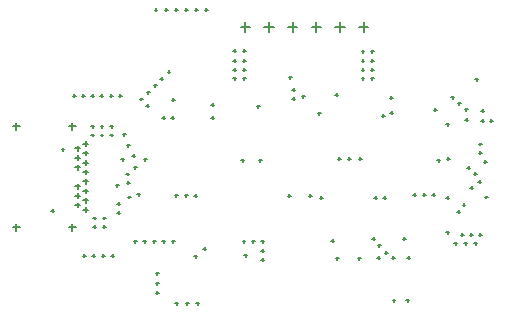
<source format=gbr>
%TF.GenerationSoftware,Altium Limited,Altium Designer,21.6.4 (81)*%
G04 Layer_Color=128*
%FSLAX26Y26*%
%MOIN*%
%TF.SameCoordinates,57458678-C278-4CFF-9AA2-19D65F52AC30*%
%TF.FilePolarity,Positive*%
%TF.FileFunction,Drillmap*%
%TF.Part,Single*%
G01*
G75*
%TA.AperFunction,NonConductor*%
%ADD55C,0.005000*%
D55*
X1095473Y500000D02*
X1126968D01*
X1111220Y484252D02*
Y515748D01*
X1016732Y500000D02*
X1048228D01*
X1032480Y484252D02*
Y515748D01*
X937992Y500000D02*
X969488D01*
X953740Y484252D02*
Y515748D01*
X780512Y500000D02*
X812008D01*
X796260Y484252D02*
Y515748D01*
X701772Y500000D02*
X733268D01*
X717520Y484252D02*
Y515748D01*
X859252Y500000D02*
X890748D01*
X875000Y484252D02*
Y515748D01*
X-58118Y168795D02*
X-34496D01*
X-46307Y156984D02*
Y180606D01*
X-58118Y-167425D02*
X-34496D01*
X-46307Y-179236D02*
Y-155614D01*
X128102Y168795D02*
X151724D01*
X139913Y156984D02*
Y180606D01*
X128102Y-167425D02*
X151724D01*
X139913Y-179236D02*
Y-155614D01*
X149756Y-93803D02*
X165504D01*
X157630Y-101677D02*
Y-85929D01*
X149756Y95173D02*
X165504D01*
X157630Y87299D02*
Y103047D01*
X149756Y-62307D02*
X165504D01*
X157630Y-70181D02*
Y-54433D01*
X149756Y63677D02*
X165504D01*
X157630Y55803D02*
Y71551D01*
X149756Y-30811D02*
X165504D01*
X157630Y-38685D02*
Y-22937D01*
X149756Y32181D02*
X165504D01*
X157630Y24307D02*
Y40055D01*
X177315Y-109551D02*
X193063D01*
X185189Y-117425D02*
Y-101677D01*
X177315Y110921D02*
X193063D01*
X185189Y103047D02*
Y118795D01*
X177315Y-78055D02*
X193063D01*
X185189Y-85929D02*
Y-70181D01*
X177315Y79425D02*
X193063D01*
X185189Y71551D02*
Y87299D01*
X177315Y-46559D02*
X193063D01*
X185189Y-54433D02*
Y-38685D01*
X177315Y47929D02*
X193063D01*
X185189Y40055D02*
Y55803D01*
X177315Y-15063D02*
X193063D01*
X185189Y-22937D02*
Y-7189D01*
X177315Y16433D02*
X193063D01*
X185189Y8559D02*
Y24307D01*
X1340551Y-60039D02*
X1350393D01*
X1345472Y-64961D02*
Y-55118D01*
X1308563Y-60039D02*
X1318405D01*
X1313484Y-64961D02*
Y-55118D01*
X1276575Y-60039D02*
X1286417D01*
X1281496Y-64961D02*
Y-55118D01*
X707677Y-214567D02*
X717520D01*
X712598Y-219488D02*
Y-209646D01*
X739173Y-214567D02*
X749016D01*
X744095Y-219488D02*
Y-209646D01*
X769685Y-275591D02*
X779528D01*
X774606Y-280512D02*
Y-270669D01*
X769685Y-246063D02*
X779528D01*
X774606Y-250984D02*
Y-241142D01*
X141732Y270669D02*
X151575D01*
X146654Y265748D02*
Y275591D01*
X295275Y270669D02*
X305118D01*
X300197Y265748D02*
Y275591D01*
X264567Y270669D02*
X274409D01*
X269488Y265748D02*
Y275591D01*
X233858Y270669D02*
X243701D01*
X238779Y265748D02*
Y275591D01*
X203149Y270669D02*
X212992D01*
X208071Y265748D02*
Y275591D01*
X172441Y270669D02*
X182283D01*
X177362Y265748D02*
Y275591D01*
X581693Y557087D02*
X591535D01*
X586614Y552165D02*
Y562008D01*
X548228Y557087D02*
X558071D01*
X553149Y552165D02*
Y562008D01*
X514764Y557087D02*
X524606D01*
X519685Y552165D02*
Y562008D01*
X481299Y557087D02*
X491142D01*
X486220Y552165D02*
Y562008D01*
X447835Y557087D02*
X457677D01*
X452756Y552165D02*
Y562008D01*
X414370Y557087D02*
X424212D01*
X419291Y552165D02*
Y562008D01*
X603346Y197835D02*
X613189D01*
X608268Y192913D02*
Y202756D01*
X603346Y241142D02*
X613189D01*
X608268Y236220D02*
Y246063D01*
X1450787Y189961D02*
X1460630D01*
X1455709Y185039D02*
Y194882D01*
X1403543Y265748D02*
X1413386D01*
X1408465Y260827D02*
Y270669D01*
X1425197Y245079D02*
X1435039D01*
X1430118Y240157D02*
Y250000D01*
X1447835Y225394D02*
X1457677D01*
X1452756Y220472D02*
Y230315D01*
X1483268Y325787D02*
X1493110D01*
X1488189Y320866D02*
Y330709D01*
X1502953Y221457D02*
X1512795D01*
X1507874Y216536D02*
Y226378D01*
X1532480Y187008D02*
X1542323D01*
X1537402Y182087D02*
Y191929D01*
X1502953Y187008D02*
X1512795D01*
X1507874Y182087D02*
Y191929D01*
X1413386Y-220472D02*
X1423228D01*
X1418307Y-225394D02*
Y-215551D01*
X1446850Y-220472D02*
X1456693D01*
X1451772Y-225394D02*
Y-215551D01*
X1480315Y-220472D02*
X1490157D01*
X1485236Y-225394D02*
Y-215551D01*
X1495079Y-191929D02*
X1504921D01*
X1500000Y-196850D02*
Y-187008D01*
X1465059Y-191929D02*
X1474901D01*
X1469980Y-196850D02*
Y-187008D01*
X1435039Y-191929D02*
X1444882D01*
X1439961Y-196850D02*
Y-187008D01*
X203740Y139764D02*
X213583D01*
X208661Y134843D02*
Y144685D01*
X234252Y139764D02*
X244094D01*
X239173Y134843D02*
Y144685D01*
X266732Y139764D02*
X276575D01*
X271654Y134843D02*
Y144685D01*
X266732Y168307D02*
X276575D01*
X271654Y163386D02*
Y173228D01*
X234252Y168307D02*
X244094D01*
X239173Y163386D02*
Y173228D01*
X203740Y168307D02*
X213583D01*
X208661Y163386D02*
Y173228D01*
X242126Y-165354D02*
X251968D01*
X247047Y-170275D02*
Y-160433D01*
X210630Y-165354D02*
X220472D01*
X215551Y-170275D02*
Y-160433D01*
X241142Y-136811D02*
X250984D01*
X246063Y-141732D02*
Y-131890D01*
X210630Y-136811D02*
X220472D01*
X215551Y-141732D02*
Y-131890D01*
X553150Y-421260D02*
X562992D01*
X558071Y-426181D02*
Y-416339D01*
X518209Y-421260D02*
X528051D01*
X523130Y-426181D02*
Y-416339D01*
X483268Y-421260D02*
X493110D01*
X488189Y-426181D02*
Y-416339D01*
X418307Y-385827D02*
X428149D01*
X423228Y-390748D02*
Y-380906D01*
X418307Y-353839D02*
X428149D01*
X423228Y-358760D02*
Y-348917D01*
X418307Y-321850D02*
X428149D01*
X423228Y-326772D02*
Y-316929D01*
X472441Y-214567D02*
X482283D01*
X477362Y-219488D02*
Y-209646D01*
X440453Y-214567D02*
X450295D01*
X445374Y-219488D02*
Y-209646D01*
X408465Y-214567D02*
X418307D01*
X413386Y-219488D02*
Y-209646D01*
X376476Y-214567D02*
X386319D01*
X381398Y-219488D02*
Y-209646D01*
X344488Y-214567D02*
X354331D01*
X349409Y-219488D02*
Y-209646D01*
X270669Y-262795D02*
X280512D01*
X275590Y-267716D02*
Y-257874D01*
X238845Y-262795D02*
X248688D01*
X243766Y-267716D02*
Y-257874D01*
X207021Y-262795D02*
X216863D01*
X211942Y-267716D02*
Y-257874D01*
X175197Y-262795D02*
X185039D01*
X180118Y-267716D02*
Y-257874D01*
X1134843Y418307D02*
X1144685D01*
X1139764Y413386D02*
Y423228D01*
X1134843Y386811D02*
X1144685D01*
X1139764Y381890D02*
Y391732D01*
X1134843Y357284D02*
X1144685D01*
X1139764Y352362D02*
Y362205D01*
X1134843Y328740D02*
X1144685D01*
X1139764Y323819D02*
Y333661D01*
X1104331Y328740D02*
X1114173D01*
X1109252Y323819D02*
Y333661D01*
X1104331Y357284D02*
X1114173D01*
X1109252Y352362D02*
Y362205D01*
X1104331Y386811D02*
X1114173D01*
X1109252Y381890D02*
Y391732D01*
X1104331Y418307D02*
X1114173D01*
X1109252Y413386D02*
Y423228D01*
X677165Y420276D02*
X687008D01*
X682087Y415354D02*
Y425197D01*
X677165Y387795D02*
X687008D01*
X682087Y382874D02*
Y392716D01*
X677165Y357284D02*
X687008D01*
X682087Y352362D02*
Y362205D01*
X677165Y328740D02*
X687008D01*
X682087Y323819D02*
Y333661D01*
X708662Y328740D02*
X718504D01*
X713583Y323819D02*
Y333661D01*
X708662Y357284D02*
X718504D01*
X713583Y352362D02*
Y362205D01*
X708662Y387795D02*
X718504D01*
X713583Y382874D02*
Y392716D01*
X708662Y420276D02*
X718504D01*
X713583Y415354D02*
Y425197D01*
X457677Y350394D02*
X467520D01*
X462598Y345473D02*
Y355315D01*
X434055Y327756D02*
X443898D01*
X438976Y322835D02*
Y332677D01*
X412402Y306102D02*
X422244D01*
X417323Y301181D02*
Y311024D01*
X387795Y282480D02*
X397638D01*
X392716Y277559D02*
Y287401D01*
X386811Y237205D02*
X396654D01*
X391732Y232284D02*
Y242126D01*
X365158Y259842D02*
X375000D01*
X370079Y254921D02*
Y264764D01*
X1002953Y-212598D02*
X1012795D01*
X1007874Y-217520D02*
Y-207677D01*
X1094488Y60039D02*
X1104331D01*
X1099409Y55118D02*
Y64961D01*
X1059055Y60039D02*
X1068898D01*
X1063976Y55118D02*
Y64961D01*
X1025591Y60039D02*
X1035433D01*
X1030512Y55118D02*
Y64961D01*
X1356299Y56102D02*
X1366142D01*
X1361220Y51181D02*
Y61024D01*
X1016732Y273622D02*
X1026575D01*
X1021654Y268701D02*
Y278543D01*
X547244Y-62008D02*
X557087D01*
X552165Y-66929D02*
Y-57087D01*
X515748Y-61024D02*
X525591D01*
X520669Y-65945D02*
Y-56102D01*
X482284Y-61024D02*
X492126D01*
X487205Y-65945D02*
Y-56102D01*
X769685Y-214567D02*
X779528D01*
X774606Y-219488D02*
Y-209646D01*
X859252Y-62008D02*
X869094D01*
X864173Y-66929D02*
Y-57087D01*
X905512Y269685D02*
X915354D01*
X910433Y264764D02*
Y274606D01*
X874016Y260827D02*
X883858D01*
X878937Y255906D02*
Y265748D01*
X874016Y291339D02*
X883858D01*
X878937Y286417D02*
Y296260D01*
X861221Y332677D02*
X871063D01*
X866142Y327756D02*
Y337598D01*
X324803Y-66929D02*
X334646D01*
X329724Y-71850D02*
Y-62008D01*
X356299Y-57087D02*
X366142D01*
X361221Y-62008D02*
Y-52165D01*
X378937Y59055D02*
X388779D01*
X383858Y54134D02*
Y63976D01*
X304134Y59055D02*
X313976D01*
X309055Y54134D02*
Y63976D01*
X339567Y70866D02*
X349409D01*
X344488Y65945D02*
Y75787D01*
X1199803Y214341D02*
X1209646D01*
X1204724Y209420D02*
Y219262D01*
X1172244Y203740D02*
X1182087D01*
X1177165Y198819D02*
Y208661D01*
X1197835Y263779D02*
X1207677D01*
X1202756Y258858D02*
Y268701D01*
X1345429Y223382D02*
X1355271D01*
X1350350Y218460D02*
Y228303D01*
X1241141Y-205709D02*
X1250984D01*
X1246063Y-210630D02*
Y-200787D01*
X1158722Y-228346D02*
X1168564D01*
X1163643Y-233268D02*
Y-223425D01*
X1139764Y-205709D02*
X1149606D01*
X1144685Y-210630D02*
Y-200787D01*
X1181594Y-252644D02*
X1191437D01*
X1186516Y-257566D02*
Y-247723D01*
X1177073Y-70087D02*
X1186916D01*
X1181995Y-75008D02*
Y-65166D01*
X929116Y-62601D02*
X938958D01*
X934037Y-67522D02*
Y-57680D01*
X1511811Y51275D02*
X1521653D01*
X1516732Y46354D02*
Y56196D01*
X1457062Y30143D02*
X1466904D01*
X1461983Y25221D02*
Y35064D01*
X1514764Y-66929D02*
X1524606D01*
X1519685Y-71850D02*
Y-62008D01*
X1466535Y-35946D02*
X1476378D01*
X1471457Y-40867D02*
Y-31025D01*
X1440888Y-92520D02*
X1450730D01*
X1445809Y-97441D02*
Y-87599D01*
X1422647Y-115739D02*
X1432489D01*
X1427568Y-120660D02*
Y-110818D01*
X308673Y141747D02*
X318516D01*
X313594Y136826D02*
Y146669D01*
X321851Y106299D02*
X331693D01*
X326772Y101378D02*
Y111220D01*
X345473Y31496D02*
X355315D01*
X350394Y26575D02*
Y36417D01*
X321851Y-19685D02*
X331693D01*
X326772Y-24606D02*
Y-14764D01*
X319948Y9844D02*
X329790D01*
X324869Y4923D02*
Y14766D01*
X1147547Y-69791D02*
X1157390D01*
X1152469Y-74713D02*
Y-64870D01*
X964657Y-69791D02*
X974500D01*
X969578Y-74713D02*
Y-64870D01*
X703740Y55249D02*
X713583D01*
X708661Y50328D02*
Y60171D01*
X762207Y55249D02*
X772049D01*
X767128Y50328D02*
Y60171D01*
X471457Y256890D02*
X481299D01*
X476378Y251969D02*
Y261811D01*
X469488Y197835D02*
X479331D01*
X474409Y192913D02*
Y202756D01*
X439961Y197835D02*
X449803D01*
X444882Y192913D02*
Y202756D01*
X754921Y236220D02*
X764764D01*
X759842Y231299D02*
Y241142D01*
X1205709Y-269685D02*
X1215551D01*
X1210630Y-274606D02*
Y-264764D01*
X1018701Y-271654D02*
X1028543D01*
X1023622Y-276575D02*
Y-266732D01*
X576772Y-239173D02*
X586614D01*
X581693Y-244094D02*
Y-234252D01*
X713583Y-260827D02*
X723425D01*
X718504Y-265748D02*
Y-255906D01*
X1157480Y-269685D02*
X1167323D01*
X1162402Y-274606D02*
Y-264764D01*
X1092520Y-270669D02*
X1102362D01*
X1097441Y-275591D02*
Y-265748D01*
X547244Y-264764D02*
X557087D01*
X552165Y-269685D02*
Y-259843D01*
X1256890Y-268701D02*
X1266732D01*
X1261811Y-273622D02*
Y-263780D01*
X1207677Y-411417D02*
X1217520D01*
X1212598Y-416339D02*
Y-406496D01*
X1252953Y-411417D02*
X1262795D01*
X1257874Y-416339D02*
Y-406496D01*
X1387795Y60039D02*
X1397638D01*
X1392716Y55118D02*
Y64960D01*
X1492759Y-15956D02*
X1502601D01*
X1497680Y-20877D02*
Y-11034D01*
X1478628Y9974D02*
X1488470D01*
X1483549Y5053D02*
Y14895D01*
X1495317Y80329D02*
X1505159D01*
X1500238Y75408D02*
Y85250D01*
X1494486Y109845D02*
X1504328D01*
X1499407Y104924D02*
Y114766D01*
X284449Y-27559D02*
X294291D01*
X289370Y-32480D02*
Y-22638D01*
X1386811Y-69882D02*
X1396653D01*
X1391732Y-74803D02*
Y-64961D01*
X290354Y-119094D02*
X300197D01*
X295276Y-124016D02*
Y-114173D01*
X290354Y-89567D02*
X300197D01*
X295276Y-94488D02*
Y-84646D01*
X1386811Y175197D02*
X1396653D01*
X1391732Y170276D02*
Y180118D01*
X1386811Y-184055D02*
X1396653D01*
X1391732Y-188976D02*
Y-179134D01*
X70031Y-112634D02*
X79874D01*
X74953Y-117555D02*
Y-107713D01*
X104331Y92520D02*
X114173D01*
X109252Y87599D02*
Y97441D01*
X958662Y212598D02*
X968504D01*
X963583Y207677D02*
Y217520D01*
%TF.MD5,d667f3ad6f48e896df8e45f9f56aeba0*%
M02*

</source>
